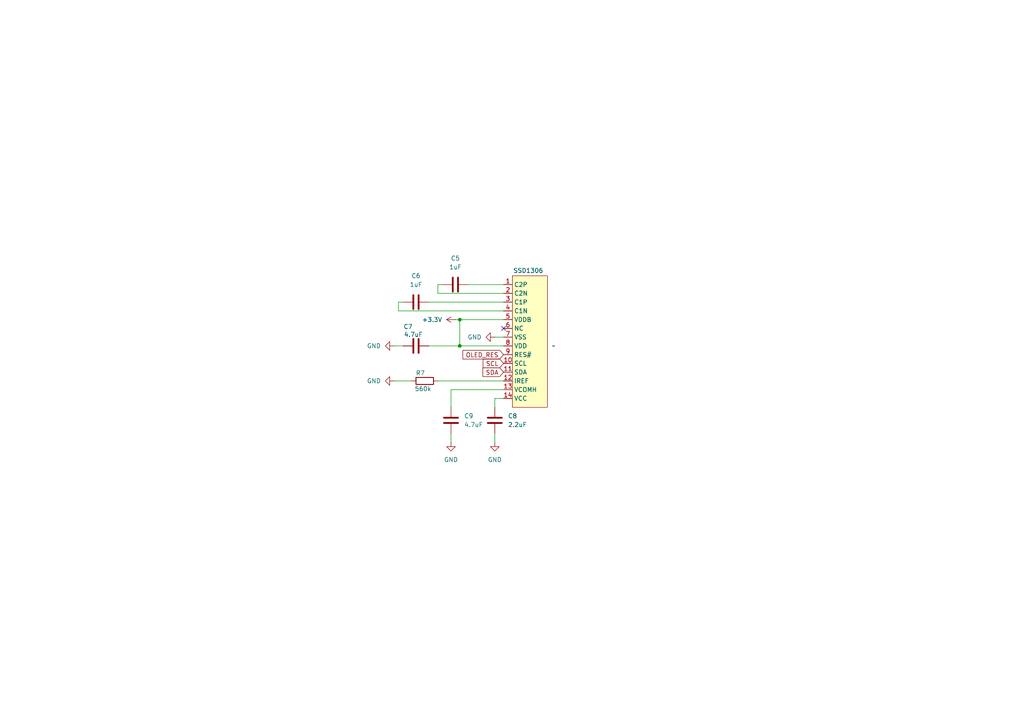
<source format=kicad_sch>
(kicad_sch (version 20250114) (generator "eeschema") (generator_version "9.0")
  (paper "A4")
  (title_block (title "OLED Display") (date "2025-06-19") (rev "1.0") (company "Thomas Faucherre"))
  (lib_symbols
    (symbol "Device:C" (pin_numbers (hide yes)) (pin_names (offset 0.254))
      (property "Reference" "C" (at 0.635 2.54 0))
      (property "Value" "C" (at 0.635 -2.54 0))
      (symbol "C_0_1"
        (polyline (pts (xy -2.032 0.762) (xy 2.032 0.762)) (stroke (width 0.508)))
        (polyline (pts (xy -2.032 -0.762) (xy 2.032 -0.762)) (stroke (width 0.508)))
      )
      (symbol "C_1_1"
        (pin passive line (at 0 3.81 270) (length 2.794) (name "~") (number "1"))
        (pin passive line (at 0 -3.81 90) (length 2.794) (name "~") (number "2"))
      )
    )
    (symbol "Device:R" (pin_numbers (hide yes)) (pin_names (offset 0))
      (property "Reference" "R" (at 2.032 0 90))
      (property "Value" "R" (at 0 0 90))
      (symbol "R_0_1"
        (rectangle (start -1.016 -2.54) (end 1.016 2.54) (stroke (width 0.254)))
      )
      (symbol "R_1_1"
        (pin passive line (at 0 3.81 270) (length 1.27) (name "~") (number "1"))
        (pin passive line (at 0 -3.81 90) (length 1.27) (name "~") (number "2"))
      )
    )
    (symbol "MyLibrary:SSD1306_OLED0.91{dblquote}"
      (property "Reference" "SSD1306" (at 0 0 0))
      (symbol "SSD1306_OLED0.91{dblquote}_1_1"
        (rectangle (start -5.08 -2.54) (end 5.08 -40.64) (fill (type background)))
        (pin input line (at -7.62 -5.08 0) (length 2.54) (name "C2P") (number "1"))
        (pin input line (at -7.62 -7.62 0) (length 2.54) (name "C2N") (number "2"))
        (pin input line (at -7.62 -10.16 0) (length 2.54) (name "C1P") (number "3"))
        (pin input line (at -7.62 -12.7 0) (length 2.54) (name "C1N") (number "4"))
        (pin power_in line (at -7.62 -15.24 0) (length 2.54) (name "VDDB") (number "5"))
        (pin input line (at -7.62 -17.78 0) (length 2.54) (name "NC") (number "6"))
        (pin power_in line (at -7.62 -20.32 0) (length 2.54) (name "VSS") (number "7"))
        (pin power_in line (at -7.62 -22.86 0) (length 2.54) (name "VDD") (number "8"))
        (pin input line (at -7.62 -25.4 0) (length 2.54) (name "RES#") (number "9"))
        (pin input line (at -7.62 -27.94 0) (length 2.54) (name "SCL") (number "10"))
        (pin bidirectional line (at -7.62 -30.48 0) (length 2.54) (name "SDA") (number "11"))
        (pin input line (at -7.62 -33.02 0) (length 2.54) (name "IREF") (number "12"))
        (pin input line (at -7.62 -35.56 0) (length 2.54) (name "VCOMH") (number "13"))
        (pin power_in line (at -7.62 -38.1 0) (length 2.54) (name "VCC") (number "14"))
      )
    )
    (symbol "power:+3.3V" (power) (pin_numbers (hide yes)) (pin_names (offset 0) (hide yes))
      (property "Value" "+3.3V" (at 0 3.556 0))
      (symbol "+3.3V_0_1"
        (polyline (pts (xy -0.762 1.27) (xy 0 2.54)))
        (polyline (pts (xy 0 2.54) (xy 0.762 1.27)))
        (polyline (pts (xy 0 0) (xy 0 2.54)))
      )
      (symbol "+3.3V_1_1"
        (pin power_in line (at 0 0 90) (length 0) (name "~") (number "1"))
      )
    )
    (symbol "power:GND" (power) (pin_numbers (hide yes)) (pin_names (offset 0) (hide yes))
      (property "Value" "GND" (at 0 -3.81 0))
      (symbol "GND_0_1"
        (polyline (pts (xy 0 0) (xy 0 -1.27) (xy 1.27 -1.27) (xy 0 -2.54) (xy -1.27 -1.27) (xy 0 -1.27)))
      )
      (symbol "GND_1_1"
        (pin power_in line (at 0 0 270) (length 0) (name "~") (number "1"))
      )
    )
  )
  (junction (at 133.35 92.71))
  (junction (at 133.35 100.33))
  (no_connect (at 146.05 95.25))
  (wire (pts (xy 124.46 100.33) (xy 133.35 100.33)))
  (wire (pts (xy 133.35 92.71) (xy 133.35 100.33)))
  (wire (pts (xy 143.51 125.73) (xy 143.51 128.27)))
  (wire (pts (xy 127 82.55) (xy 127 85.09)))
  (wire (pts (xy 115.57 87.63) (xy 115.57 90.17)))
  (wire (pts (xy 133.35 92.71) (xy 146.05 92.71)))
  (wire (pts (xy 132.08 92.71) (xy 133.35 92.71)))
  (wire (pts (xy 116.84 87.63) (xy 115.57 87.63)))
  (wire (pts (xy 146.05 115.57) (xy 143.51 115.57)))
  (wire (pts (xy 146.05 113.03) (xy 130.81 113.03)))
  (wire (pts (xy 143.51 97.79) (xy 146.05 97.79)))
  (wire (pts (xy 124.46 87.63) (xy 146.05 87.63)))
  (wire (pts (xy 127 85.09) (xy 146.05 85.09)))
  (wire (pts (xy 114.3 110.49) (xy 119.38 110.49)))
  (wire (pts (xy 127 110.49) (xy 146.05 110.49)))
  (wire (pts (xy 130.81 113.03) (xy 130.81 118.11)))
  (wire (pts (xy 114.3 100.33) (xy 116.84 100.33)))
  (wire (pts (xy 128.27 82.55) (xy 127 82.55)))
  (wire (pts (xy 135.89 82.55) (xy 146.05 82.55)))
  (wire (pts (xy 143.51 115.57) (xy 143.51 118.11)))
  (wire (pts (xy 115.57 90.17) (xy 146.05 90.17)))
  (wire (pts (xy 130.81 125.73) (xy 130.81 128.27)))
  (wire (pts (xy 133.35 100.33) (xy 146.05 100.33)))
  (global_label "SCL" (shape input) (at 146.05 105.41 180) (property "Intersheetrefs" "${INTERSHEET_REFS}" (effects (hide yes))))
  (global_label "OLED_RES" (shape input) (at 146.05 102.87 180) (property "Intersheetrefs" "${INTERSHEET_REFS}" (effects (hide yes))))
  (global_label "SDA" (shape input) (at 146.05 107.95 180) (property "Intersheetrefs" "${INTERSHEET_REFS}" (effects (hide yes))))
  (symbol (lib_id "Device:C") (at 132.08 82.55 270) (unit 1)
    (property "Reference" "C5" (at 132.08 74.93 90))
    (property "Value" "1uF" (at 132.08 77.47 90))
    (property "Footprint" "Capacitor_SMD:C_0603_1608Metric" (effects (hide yes)))
    (property "Description" "Unpolarized capacitor" (effects (hide yes)))
  )
  (symbol (lib_id "MyLibrary:SSD1306_OLED0.91{dblquote}") (at 153.67 77.47 0) (unit 1)
    (property "Reference" "SSD1306" (at 148.844 78.486 0) (effects (justify left)))
    (property "Value" "~" (at 160.02 100.33 0) (effects (justify left)))
  )
  (symbol (lib_id "Device:C") (at 120.65 87.63 270) (unit 1)
    (property "Reference" "C6" (at 120.65 80.01 90))
    (property "Value" "1uF" (at 120.65 82.55 90))
    (property "Footprint" "Capacitor_SMD:C_0603_1608Metric" (effects (hide yes)))
    (property "Description" "Unpolarized capacitor" (effects (hide yes)))
  )
  (symbol (lib_id "power:+3.3V") (at 132.08 92.71 90) (unit 1)
    (property "Reference" "#PWR09" (effects (hide yes)))
    (property "Value" "+3.3V" (at 128.27 92.7099 90) (effects (justify left)))
    (property "Description" "Power symbol creates a global label with name \"+3.3V\"" (effects (hide yes)))
  )
  (symbol (lib_id "power:GND") (at 130.81 128.27 0) (unit 1)
    (property "Reference" "#PWR013" (effects (hide yes)))
    (property "Value" "GND" (at 130.81 133.35 0))
    (property "Description" "Power symbol creates a global label with name \"GND\" , ground" (effects (hide yes)))
  )
  (symbol (lib_id "power:GND") (at 114.3 110.49 270) (unit 1)
    (property "Reference" "#PWR014" (effects (hide yes)))
    (property "Value" "GND" (at 110.49 110.4899 90) (effects (justify right)))
    (property "Description" "Power symbol creates a global label with name \"GND\" , ground" (effects (hide yes)))
  )
  (symbol (lib_id "Device:R") (at 123.19 110.49 90) (unit 1)
    (property "Reference" "R7" (at 121.92 108.204 90))
    (property "Value" "560k" (at 122.682 112.776 90))
    (property "Footprint" "Resistor_SMD:R_0603_1608Metric" (effects (hide yes)))
    (property "Description" "Resistor" (effects (hide yes)))
  )
  (symbol (lib_id "Device:C") (at 130.81 121.92 0) (unit 1)
    (property "Reference" "C9" (at 134.62 120.6499 0) (effects (justify left)))
    (property "Value" "4.7uF" (at 134.62 123.1899 0) (effects (justify left)))
    (property "Footprint" "Capacitor_SMD:C_0603_1608Metric" (effects (hide yes)))
    (property "Description" "Unpolarized capacitor" (effects (hide yes)))
  )
  (symbol (lib_id "power:GND") (at 114.3 100.33 270) (unit 1)
    (property "Reference" "#PWR011" (effects (hide yes)))
    (property "Value" "GND" (at 110.49 100.3299 90) (effects (justify right)))
    (property "Description" "Power symbol creates a global label with name \"GND\" , ground" (effects (hide yes)))
  )
  (symbol (lib_id "Device:C") (at 120.65 100.33 270) (unit 1)
    (property "Reference" "C7" (at 118.364 94.742 90))
    (property "Value" "4.7uF" (at 119.888 97.028 90))
    (property "Footprint" "Capacitor_SMD:C_0603_1608Metric" (effects (hide yes)))
    (property "Description" "Unpolarized capacitor" (effects (hide yes)))
  )
  (symbol (lib_id "power:GND") (at 143.51 128.27 0) (unit 1)
    (property "Reference" "#PWR012" (effects (hide yes)))
    (property "Value" "GND" (at 143.51 133.35 0))
    (property "Description" "Power symbol creates a global label with name \"GND\" , ground" (effects (hide yes)))
  )
  (symbol (lib_id "power:GND") (at 143.51 97.79 270) (unit 1)
    (property "Reference" "#PWR010" (effects (hide yes)))
    (property "Value" "GND" (at 139.7 97.7899 90) (effects (justify right)))
    (property "Description" "Power symbol creates a global label with name \"GND\" , ground" (effects (hide yes)))
  )
  (symbol (lib_id "Device:C") (at 143.51 121.92 0) (unit 1)
    (property "Reference" "C8" (at 147.32 120.6499 0) (effects (justify left)))
    (property "Value" "2.2uF" (at 147.32 123.1899 0) (effects (justify left)))
    (property "Footprint" "Capacitor_SMD:C_0603_1608Metric" (effects (hide yes)))
    (property "Description" "Unpolarized capacitor" (effects (hide yes)))
  )
)
</source>
